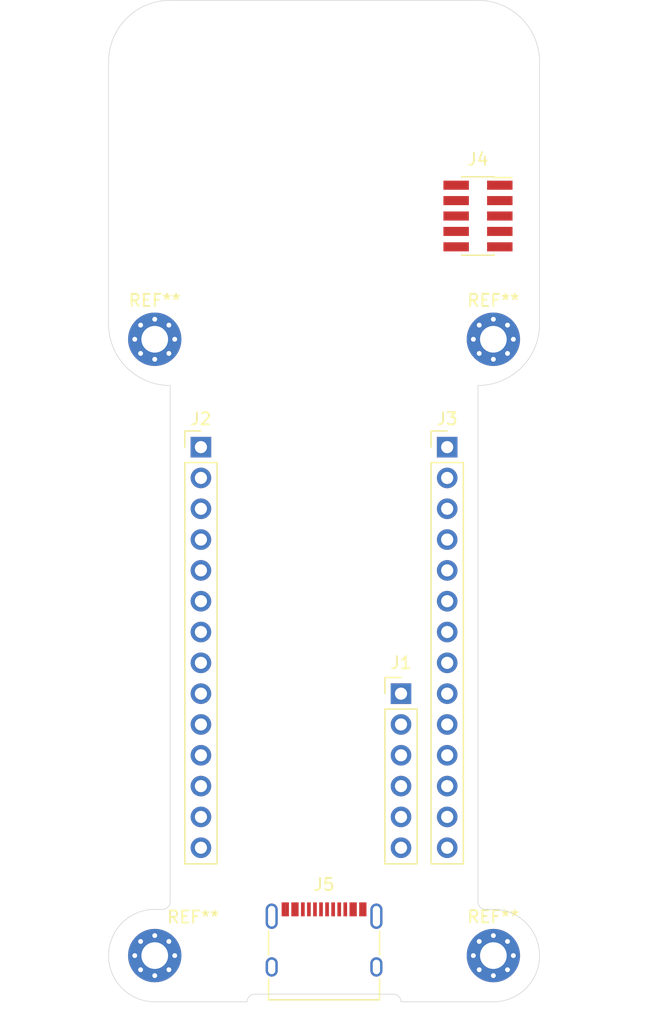
<source format=kicad_pcb>
(kicad_pcb (version 20171130) (host pcbnew 5.1.5)

  (general
    (thickness 1.6)
    (drawings 22)
    (tracks 0)
    (zones 0)
    (modules 9)
    (nets 61)
  )

  (page A4)
  (layers
    (0 F.Cu signal)
    (31 B.Cu signal)
    (32 B.Adhes user)
    (33 F.Adhes user)
    (34 B.Paste user)
    (35 F.Paste user)
    (36 B.SilkS user)
    (37 F.SilkS user)
    (38 B.Mask user)
    (39 F.Mask user)
    (40 Dwgs.User user)
    (41 Cmts.User user)
    (42 Eco1.User user)
    (43 Eco2.User user)
    (44 Edge.Cuts user)
    (45 Margin user)
    (46 B.CrtYd user)
    (47 F.CrtYd user)
    (48 B.Fab user)
    (49 F.Fab user)
  )

  (setup
    (last_trace_width 0.25)
    (trace_clearance 0.2)
    (zone_clearance 0.508)
    (zone_45_only no)
    (trace_min 0.2)
    (via_size 0.8)
    (via_drill 0.4)
    (via_min_size 0.4)
    (via_min_drill 0.3)
    (uvia_size 0.3)
    (uvia_drill 0.1)
    (uvias_allowed no)
    (uvia_min_size 0.2)
    (uvia_min_drill 0.1)
    (edge_width 0.05)
    (segment_width 0.2)
    (pcb_text_width 0.3)
    (pcb_text_size 1.5 1.5)
    (mod_edge_width 0.12)
    (mod_text_size 1 1)
    (mod_text_width 0.15)
    (pad_size 2.1 0.75)
    (pad_drill 0)
    (pad_to_mask_clearance 0.051)
    (solder_mask_min_width 0.25)
    (aux_axis_origin 0 0)
    (grid_origin 142.24 129.54)
    (visible_elements FFFFFF7F)
    (pcbplotparams
      (layerselection 0x010fc_ffffffff)
      (usegerberextensions false)
      (usegerberattributes false)
      (usegerberadvancedattributes false)
      (creategerberjobfile false)
      (excludeedgelayer true)
      (linewidth 0.100000)
      (plotframeref false)
      (viasonmask false)
      (mode 1)
      (useauxorigin false)
      (hpglpennumber 1)
      (hpglpenspeed 20)
      (hpglpendiameter 15.000000)
      (psnegative false)
      (psa4output false)
      (plotreference true)
      (plotvalue true)
      (plotinvisibletext false)
      (padsonsilk false)
      (subtractmaskfromsilk false)
      (outputformat 1)
      (mirror false)
      (drillshape 1)
      (scaleselection 1)
      (outputdirectory ""))
  )

  (net 0 "")
  (net 1 "Net-(J1-Pad1)")
  (net 2 "Net-(J1-Pad2)")
  (net 3 "Net-(J1-Pad3)")
  (net 4 "Net-(J1-Pad4)")
  (net 5 "Net-(J1-Pad5)")
  (net 6 "Net-(J1-Pad6)")
  (net 7 "Net-(J2-Pad14)")
  (net 8 "Net-(J2-Pad13)")
  (net 9 "Net-(J2-Pad12)")
  (net 10 "Net-(J2-Pad11)")
  (net 11 "Net-(J2-Pad10)")
  (net 12 "Net-(J2-Pad9)")
  (net 13 "Net-(J2-Pad8)")
  (net 14 "Net-(J2-Pad7)")
  (net 15 "Net-(J2-Pad6)")
  (net 16 "Net-(J2-Pad5)")
  (net 17 "Net-(J2-Pad4)")
  (net 18 "Net-(J2-Pad3)")
  (net 19 "Net-(J2-Pad2)")
  (net 20 "Net-(J2-Pad1)")
  (net 21 "Net-(J3-Pad1)")
  (net 22 "Net-(J3-Pad2)")
  (net 23 "Net-(J3-Pad3)")
  (net 24 "Net-(J3-Pad4)")
  (net 25 "Net-(J3-Pad5)")
  (net 26 "Net-(J3-Pad6)")
  (net 27 "Net-(J3-Pad7)")
  (net 28 "Net-(J3-Pad8)")
  (net 29 "Net-(J3-Pad9)")
  (net 30 "Net-(J3-Pad10)")
  (net 31 "Net-(J3-Pad11)")
  (net 32 "Net-(J3-Pad12)")
  (net 33 "Net-(J3-Pad13)")
  (net 34 "Net-(J3-Pad14)")
  (net 35 "Net-(J4-Pad1)")
  (net 36 "Net-(J4-Pad2)")
  (net 37 "Net-(J4-Pad3)")
  (net 38 "Net-(J4-Pad4)")
  (net 39 "Net-(J4-Pad5)")
  (net 40 "Net-(J4-Pad6)")
  (net 41 "Net-(J4-Pad7)")
  (net 42 "Net-(J4-Pad8)")
  (net 43 "Net-(J4-Pad9)")
  (net 44 "Net-(J4-Pad10)")
  (net 45 "Net-(J5-PadB1)")
  (net 46 "Net-(J5-PadB4)")
  (net 47 "Net-(J5-PadB5)")
  (net 48 "Net-(J5-PadA8)")
  (net 49 "Net-(J5-PadB6)")
  (net 50 "Net-(J5-PadA7)")
  (net 51 "Net-(J5-PadA6)")
  (net 52 "Net-(J5-PadB7)")
  (net 53 "Net-(J5-PadA5)")
  (net 54 "Net-(J5-PadB8)")
  (net 55 "Net-(J5-PadA4)")
  (net 56 "Net-(J5-PadA1)")
  (net 57 "Net-(J5-PadB12)")
  (net 58 "Net-(J5-PadB9)")
  (net 59 "Net-(J5-PadA9)")
  (net 60 "Net-(J5-PadA12)")

  (net_class Default "This is the default net class."
    (clearance 0.2)
    (trace_width 0.25)
    (via_dia 0.8)
    (via_drill 0.4)
    (uvia_dia 0.3)
    (uvia_drill 0.1)
    (add_net "Net-(J1-Pad1)")
    (add_net "Net-(J1-Pad2)")
    (add_net "Net-(J1-Pad3)")
    (add_net "Net-(J1-Pad4)")
    (add_net "Net-(J1-Pad5)")
    (add_net "Net-(J1-Pad6)")
    (add_net "Net-(J2-Pad1)")
    (add_net "Net-(J2-Pad10)")
    (add_net "Net-(J2-Pad11)")
    (add_net "Net-(J2-Pad12)")
    (add_net "Net-(J2-Pad13)")
    (add_net "Net-(J2-Pad14)")
    (add_net "Net-(J2-Pad2)")
    (add_net "Net-(J2-Pad3)")
    (add_net "Net-(J2-Pad4)")
    (add_net "Net-(J2-Pad5)")
    (add_net "Net-(J2-Pad6)")
    (add_net "Net-(J2-Pad7)")
    (add_net "Net-(J2-Pad8)")
    (add_net "Net-(J2-Pad9)")
    (add_net "Net-(J3-Pad1)")
    (add_net "Net-(J3-Pad10)")
    (add_net "Net-(J3-Pad11)")
    (add_net "Net-(J3-Pad12)")
    (add_net "Net-(J3-Pad13)")
    (add_net "Net-(J3-Pad14)")
    (add_net "Net-(J3-Pad2)")
    (add_net "Net-(J3-Pad3)")
    (add_net "Net-(J3-Pad4)")
    (add_net "Net-(J3-Pad5)")
    (add_net "Net-(J3-Pad6)")
    (add_net "Net-(J3-Pad7)")
    (add_net "Net-(J3-Pad8)")
    (add_net "Net-(J3-Pad9)")
    (add_net "Net-(J4-Pad1)")
    (add_net "Net-(J4-Pad10)")
    (add_net "Net-(J4-Pad2)")
    (add_net "Net-(J4-Pad3)")
    (add_net "Net-(J4-Pad4)")
    (add_net "Net-(J4-Pad5)")
    (add_net "Net-(J4-Pad6)")
    (add_net "Net-(J4-Pad7)")
    (add_net "Net-(J4-Pad8)")
    (add_net "Net-(J4-Pad9)")
    (add_net "Net-(J5-PadA1)")
    (add_net "Net-(J5-PadA12)")
    (add_net "Net-(J5-PadA4)")
    (add_net "Net-(J5-PadA5)")
    (add_net "Net-(J5-PadA6)")
    (add_net "Net-(J5-PadA7)")
    (add_net "Net-(J5-PadA8)")
    (add_net "Net-(J5-PadA9)")
    (add_net "Net-(J5-PadB1)")
    (add_net "Net-(J5-PadB12)")
    (add_net "Net-(J5-PadB4)")
    (add_net "Net-(J5-PadB5)")
    (add_net "Net-(J5-PadB6)")
    (add_net "Net-(J5-PadB7)")
    (add_net "Net-(J5-PadB8)")
    (add_net "Net-(J5-PadB9)")
  )

  (module MountingHole:MountingHole_2.2mm_M2_Pad_Via (layer F.Cu) (tedit 56DDB9C7) (tstamp 5E6EE15E)
    (at 173.99 74.93)
    (descr "Mounting Hole 2.2mm, M2")
    (tags "mounting hole 2.2mm m2")
    (attr virtual)
    (fp_text reference REF** (at 0 -3.2) (layer F.SilkS)
      (effects (font (size 1 1) (thickness 0.15)))
    )
    (fp_text value MountingHole_2.2mm_M2_Pad_Via (at 0 3.2) (layer F.Fab)
      (effects (font (size 1 1) (thickness 0.15)))
    )
    (fp_text user %R (at 0.3 0) (layer F.Fab)
      (effects (font (size 1 1) (thickness 0.15)))
    )
    (fp_circle (center 0 0) (end 2.2 0) (layer Cmts.User) (width 0.15))
    (fp_circle (center 0 0) (end 2.45 0) (layer F.CrtYd) (width 0.05))
    (pad 1 thru_hole circle (at 0 0) (size 4.4 4.4) (drill 2.2) (layers *.Cu *.Mask))
    (pad 1 thru_hole circle (at 1.65 0) (size 0.7 0.7) (drill 0.4) (layers *.Cu *.Mask))
    (pad 1 thru_hole circle (at 1.166726 1.166726) (size 0.7 0.7) (drill 0.4) (layers *.Cu *.Mask))
    (pad 1 thru_hole circle (at 0 1.65) (size 0.7 0.7) (drill 0.4) (layers *.Cu *.Mask))
    (pad 1 thru_hole circle (at -1.166726 1.166726) (size 0.7 0.7) (drill 0.4) (layers *.Cu *.Mask))
    (pad 1 thru_hole circle (at -1.65 0) (size 0.7 0.7) (drill 0.4) (layers *.Cu *.Mask))
    (pad 1 thru_hole circle (at -1.166726 -1.166726) (size 0.7 0.7) (drill 0.4) (layers *.Cu *.Mask))
    (pad 1 thru_hole circle (at 0 -1.65) (size 0.7 0.7) (drill 0.4) (layers *.Cu *.Mask))
    (pad 1 thru_hole circle (at 1.166726 -1.166726) (size 0.7 0.7) (drill 0.4) (layers *.Cu *.Mask))
  )

  (module MountingHole:MountingHole_2.2mm_M2_Pad_Via (layer F.Cu) (tedit 56DDB9C7) (tstamp 5E6EE140)
    (at 146.05 74.93)
    (descr "Mounting Hole 2.2mm, M2")
    (tags "mounting hole 2.2mm m2")
    (attr virtual)
    (fp_text reference REF** (at 0 -3.2) (layer F.SilkS)
      (effects (font (size 1 1) (thickness 0.15)))
    )
    (fp_text value MountingHole_2.2mm_M2_Pad_Via (at 0 3.2) (layer F.Fab)
      (effects (font (size 1 1) (thickness 0.15)))
    )
    (fp_circle (center 0 0) (end 2.45 0) (layer F.CrtYd) (width 0.05))
    (fp_circle (center 0 0) (end 2.2 0) (layer Cmts.User) (width 0.15))
    (fp_text user %R (at 0.3 0) (layer F.Fab)
      (effects (font (size 1 1) (thickness 0.15)))
    )
    (pad 1 thru_hole circle (at 1.166726 -1.166726) (size 0.7 0.7) (drill 0.4) (layers *.Cu *.Mask))
    (pad 1 thru_hole circle (at 0 -1.65) (size 0.7 0.7) (drill 0.4) (layers *.Cu *.Mask))
    (pad 1 thru_hole circle (at -1.166726 -1.166726) (size 0.7 0.7) (drill 0.4) (layers *.Cu *.Mask))
    (pad 1 thru_hole circle (at -1.65 0) (size 0.7 0.7) (drill 0.4) (layers *.Cu *.Mask))
    (pad 1 thru_hole circle (at -1.166726 1.166726) (size 0.7 0.7) (drill 0.4) (layers *.Cu *.Mask))
    (pad 1 thru_hole circle (at 0 1.65) (size 0.7 0.7) (drill 0.4) (layers *.Cu *.Mask))
    (pad 1 thru_hole circle (at 1.166726 1.166726) (size 0.7 0.7) (drill 0.4) (layers *.Cu *.Mask))
    (pad 1 thru_hole circle (at 1.65 0) (size 0.7 0.7) (drill 0.4) (layers *.Cu *.Mask))
    (pad 1 thru_hole circle (at 0 0) (size 4.4 4.4) (drill 2.2) (layers *.Cu *.Mask))
  )

  (module MountingHole:MountingHole_2.2mm_M2_Pad_Via (layer F.Cu) (tedit 56DDB9C7) (tstamp 5E6EE122)
    (at 173.99 125.73)
    (descr "Mounting Hole 2.2mm, M2")
    (tags "mounting hole 2.2mm m2")
    (attr virtual)
    (fp_text reference REF** (at 0 -3.2) (layer F.SilkS)
      (effects (font (size 1 1) (thickness 0.15)))
    )
    (fp_text value MountingHole_2.2mm_M2_Pad_Via (at 0 3.2) (layer F.Fab)
      (effects (font (size 1 1) (thickness 0.15)))
    )
    (fp_text user %R (at 0.3 0) (layer F.Fab)
      (effects (font (size 1 1) (thickness 0.15)))
    )
    (fp_circle (center 0 0) (end 2.2 0) (layer Cmts.User) (width 0.15))
    (fp_circle (center 0 0) (end 2.45 0) (layer F.CrtYd) (width 0.05))
    (pad 1 thru_hole circle (at 0 0) (size 4.4 4.4) (drill 2.2) (layers *.Cu *.Mask))
    (pad 1 thru_hole circle (at 1.65 0) (size 0.7 0.7) (drill 0.4) (layers *.Cu *.Mask))
    (pad 1 thru_hole circle (at 1.166726 1.166726) (size 0.7 0.7) (drill 0.4) (layers *.Cu *.Mask))
    (pad 1 thru_hole circle (at 0 1.65) (size 0.7 0.7) (drill 0.4) (layers *.Cu *.Mask))
    (pad 1 thru_hole circle (at -1.166726 1.166726) (size 0.7 0.7) (drill 0.4) (layers *.Cu *.Mask))
    (pad 1 thru_hole circle (at -1.65 0) (size 0.7 0.7) (drill 0.4) (layers *.Cu *.Mask))
    (pad 1 thru_hole circle (at -1.166726 -1.166726) (size 0.7 0.7) (drill 0.4) (layers *.Cu *.Mask))
    (pad 1 thru_hole circle (at 0 -1.65) (size 0.7 0.7) (drill 0.4) (layers *.Cu *.Mask))
    (pad 1 thru_hole circle (at 1.166726 -1.166726) (size 0.7 0.7) (drill 0.4) (layers *.Cu *.Mask))
  )

  (module MountingHole:MountingHole_2.2mm_M2_Pad_Via (layer F.Cu) (tedit 56DDB9C7) (tstamp 5E6EDBEB)
    (at 146.05 125.73)
    (descr "Mounting Hole 2.2mm, M2")
    (tags "mounting hole 2.2mm m2")
    (attr virtual)
    (fp_text reference REF** (at 3.175 -3.175) (layer F.SilkS)
      (effects (font (size 1 1) (thickness 0.15)))
    )
    (fp_text value MountingHole_2.2mm_M2_Pad_Via (at 0 3.2) (layer F.Fab)
      (effects (font (size 1 1) (thickness 0.15)))
    )
    (fp_circle (center 0 0) (end 2.45 0) (layer F.CrtYd) (width 0.05))
    (fp_circle (center 0 0) (end 2.2 0) (layer Cmts.User) (width 0.15))
    (fp_text user %R (at 0.3 0) (layer F.Fab)
      (effects (font (size 1 1) (thickness 0.15)))
    )
    (pad 1 thru_hole circle (at 1.166726 -1.166726) (size 0.7 0.7) (drill 0.4) (layers *.Cu *.Mask))
    (pad 1 thru_hole circle (at 0 -1.65) (size 0.7 0.7) (drill 0.4) (layers *.Cu *.Mask))
    (pad 1 thru_hole circle (at -1.166726 -1.166726) (size 0.7 0.7) (drill 0.4) (layers *.Cu *.Mask))
    (pad 1 thru_hole circle (at -1.65 0) (size 0.7 0.7) (drill 0.4) (layers *.Cu *.Mask))
    (pad 1 thru_hole circle (at -1.166726 1.166726) (size 0.7 0.7) (drill 0.4) (layers *.Cu *.Mask))
    (pad 1 thru_hole circle (at 0 1.65) (size 0.7 0.7) (drill 0.4) (layers *.Cu *.Mask))
    (pad 1 thru_hole circle (at 1.166726 1.166726) (size 0.7 0.7) (drill 0.4) (layers *.Cu *.Mask))
    (pad 1 thru_hole circle (at 1.65 0) (size 0.7 0.7) (drill 0.4) (layers *.Cu *.Mask))
    (pad 1 thru_hole circle (at 0 0) (size 4.4 4.4) (drill 2.2) (layers *.Cu *.Mask))
  )

  (module Connector_PinHeader_2.54mm:PinHeader_1x06_P2.54mm_Vertical (layer F.Cu) (tedit 59FED5CC) (tstamp 5E6EC594)
    (at 166.37 104.14)
    (descr "Through hole straight pin header, 1x06, 2.54mm pitch, single row")
    (tags "Through hole pin header THT 1x06 2.54mm single row")
    (path /5E6F4549)
    (fp_text reference J1 (at 0 -2.54) (layer F.SilkS)
      (effects (font (size 1 1) (thickness 0.15)))
    )
    (fp_text value Conn_01x06_Male (at 0 15.03) (layer F.Fab)
      (effects (font (size 1 1) (thickness 0.15)))
    )
    (fp_line (start -0.635 -1.27) (end 1.27 -1.27) (layer F.Fab) (width 0.1))
    (fp_line (start 1.27 -1.27) (end 1.27 13.97) (layer F.Fab) (width 0.1))
    (fp_line (start 1.27 13.97) (end -1.27 13.97) (layer F.Fab) (width 0.1))
    (fp_line (start -1.27 13.97) (end -1.27 -0.635) (layer F.Fab) (width 0.1))
    (fp_line (start -1.27 -0.635) (end -0.635 -1.27) (layer F.Fab) (width 0.1))
    (fp_line (start -1.33 14.03) (end 1.33 14.03) (layer F.SilkS) (width 0.12))
    (fp_line (start -1.33 1.27) (end -1.33 14.03) (layer F.SilkS) (width 0.12))
    (fp_line (start 1.33 1.27) (end 1.33 14.03) (layer F.SilkS) (width 0.12))
    (fp_line (start -1.33 1.27) (end 1.33 1.27) (layer F.SilkS) (width 0.12))
    (fp_line (start -1.33 0) (end -1.33 -1.33) (layer F.SilkS) (width 0.12))
    (fp_line (start -1.33 -1.33) (end 0 -1.33) (layer F.SilkS) (width 0.12))
    (fp_line (start -1.8 -1.8) (end -1.8 14.5) (layer F.CrtYd) (width 0.05))
    (fp_line (start -1.8 14.5) (end 1.8 14.5) (layer F.CrtYd) (width 0.05))
    (fp_line (start 1.8 14.5) (end 1.8 -1.8) (layer F.CrtYd) (width 0.05))
    (fp_line (start 1.8 -1.8) (end -1.8 -1.8) (layer F.CrtYd) (width 0.05))
    (fp_text user %R (at 0 6.35 90) (layer F.Fab)
      (effects (font (size 1 1) (thickness 0.15)))
    )
    (pad 1 thru_hole rect (at 0 0) (size 1.7 1.7) (drill 1) (layers *.Cu *.Mask)
      (net 1 "Net-(J1-Pad1)"))
    (pad 2 thru_hole oval (at 0 2.54) (size 1.7 1.7) (drill 1) (layers *.Cu *.Mask)
      (net 2 "Net-(J1-Pad2)"))
    (pad 3 thru_hole oval (at 0 5.08) (size 1.7 1.7) (drill 1) (layers *.Cu *.Mask)
      (net 3 "Net-(J1-Pad3)"))
    (pad 4 thru_hole oval (at 0 7.62) (size 1.7 1.7) (drill 1) (layers *.Cu *.Mask)
      (net 4 "Net-(J1-Pad4)"))
    (pad 5 thru_hole oval (at 0 10.16) (size 1.7 1.7) (drill 1) (layers *.Cu *.Mask)
      (net 5 "Net-(J1-Pad5)"))
    (pad 6 thru_hole oval (at 0 12.7) (size 1.7 1.7) (drill 1) (layers *.Cu *.Mask)
      (net 6 "Net-(J1-Pad6)"))
    (model ${KISYS3DMOD}/Connector_PinHeader_2.54mm.3dshapes/PinHeader_1x06_P2.54mm_Vertical.wrl
      (at (xyz 0 0 0))
      (scale (xyz 1 1 1))
      (rotate (xyz 0 0 0))
    )
  )

  (module Connector_PinHeader_2.54mm:PinHeader_1x14_P2.54mm_Vertical (layer F.Cu) (tedit 59FED5CC) (tstamp 5E6EC5B6)
    (at 149.86 83.82)
    (descr "Through hole straight pin header, 1x14, 2.54mm pitch, single row")
    (tags "Through hole pin header THT 1x14 2.54mm single row")
    (path /5E6F2CE4)
    (fp_text reference J2 (at 0 -2.33) (layer F.SilkS)
      (effects (font (size 1 1) (thickness 0.15)))
    )
    (fp_text value Conn_01x14_Male (at 0 35.35) (layer F.Fab)
      (effects (font (size 1 1) (thickness 0.15)))
    )
    (fp_text user %R (at 0 16.51 90) (layer F.Fab)
      (effects (font (size 1 1) (thickness 0.15)))
    )
    (fp_line (start 1.8 -1.8) (end -1.8 -1.8) (layer F.CrtYd) (width 0.05))
    (fp_line (start 1.8 34.8) (end 1.8 -1.8) (layer F.CrtYd) (width 0.05))
    (fp_line (start -1.8 34.8) (end 1.8 34.8) (layer F.CrtYd) (width 0.05))
    (fp_line (start -1.8 -1.8) (end -1.8 34.8) (layer F.CrtYd) (width 0.05))
    (fp_line (start -1.33 -1.33) (end 0 -1.33) (layer F.SilkS) (width 0.12))
    (fp_line (start -1.33 0) (end -1.33 -1.33) (layer F.SilkS) (width 0.12))
    (fp_line (start -1.33 1.27) (end 1.33 1.27) (layer F.SilkS) (width 0.12))
    (fp_line (start 1.33 1.27) (end 1.33 34.35) (layer F.SilkS) (width 0.12))
    (fp_line (start -1.33 1.27) (end -1.33 34.35) (layer F.SilkS) (width 0.12))
    (fp_line (start -1.33 34.35) (end 1.33 34.35) (layer F.SilkS) (width 0.12))
    (fp_line (start -1.27 -0.635) (end -0.635 -1.27) (layer F.Fab) (width 0.1))
    (fp_line (start -1.27 34.29) (end -1.27 -0.635) (layer F.Fab) (width 0.1))
    (fp_line (start 1.27 34.29) (end -1.27 34.29) (layer F.Fab) (width 0.1))
    (fp_line (start 1.27 -1.27) (end 1.27 34.29) (layer F.Fab) (width 0.1))
    (fp_line (start -0.635 -1.27) (end 1.27 -1.27) (layer F.Fab) (width 0.1))
    (pad 14 thru_hole oval (at 0 33.02) (size 1.7 1.7) (drill 1) (layers *.Cu *.Mask)
      (net 7 "Net-(J2-Pad14)"))
    (pad 13 thru_hole oval (at 0 30.48) (size 1.7 1.7) (drill 1) (layers *.Cu *.Mask)
      (net 8 "Net-(J2-Pad13)"))
    (pad 12 thru_hole oval (at 0 27.94) (size 1.7 1.7) (drill 1) (layers *.Cu *.Mask)
      (net 9 "Net-(J2-Pad12)"))
    (pad 11 thru_hole oval (at 0 25.4) (size 1.7 1.7) (drill 1) (layers *.Cu *.Mask)
      (net 10 "Net-(J2-Pad11)"))
    (pad 10 thru_hole oval (at 0 22.86) (size 1.7 1.7) (drill 1) (layers *.Cu *.Mask)
      (net 11 "Net-(J2-Pad10)"))
    (pad 9 thru_hole oval (at 0 20.32) (size 1.7 1.7) (drill 1) (layers *.Cu *.Mask)
      (net 12 "Net-(J2-Pad9)"))
    (pad 8 thru_hole oval (at 0 17.78) (size 1.7 1.7) (drill 1) (layers *.Cu *.Mask)
      (net 13 "Net-(J2-Pad8)"))
    (pad 7 thru_hole oval (at 0 15.24) (size 1.7 1.7) (drill 1) (layers *.Cu *.Mask)
      (net 14 "Net-(J2-Pad7)"))
    (pad 6 thru_hole oval (at 0 12.7) (size 1.7 1.7) (drill 1) (layers *.Cu *.Mask)
      (net 15 "Net-(J2-Pad6)"))
    (pad 5 thru_hole oval (at 0 10.16) (size 1.7 1.7) (drill 1) (layers *.Cu *.Mask)
      (net 16 "Net-(J2-Pad5)"))
    (pad 4 thru_hole oval (at 0 7.62) (size 1.7 1.7) (drill 1) (layers *.Cu *.Mask)
      (net 17 "Net-(J2-Pad4)"))
    (pad 3 thru_hole oval (at 0 5.08) (size 1.7 1.7) (drill 1) (layers *.Cu *.Mask)
      (net 18 "Net-(J2-Pad3)"))
    (pad 2 thru_hole oval (at 0 2.54) (size 1.7 1.7) (drill 1) (layers *.Cu *.Mask)
      (net 19 "Net-(J2-Pad2)"))
    (pad 1 thru_hole rect (at 0 0) (size 1.7 1.7) (drill 1) (layers *.Cu *.Mask)
      (net 20 "Net-(J2-Pad1)"))
    (model ${KISYS3DMOD}/Connector_PinHeader_2.54mm.3dshapes/PinHeader_1x14_P2.54mm_Vertical.wrl
      (at (xyz 0 0 0))
      (scale (xyz 1 1 1))
      (rotate (xyz 0 0 0))
    )
  )

  (module Connector_PinHeader_2.54mm:PinHeader_1x14_P2.54mm_Vertical (layer F.Cu) (tedit 59FED5CC) (tstamp 5E6EC5D8)
    (at 170.18 83.82)
    (descr "Through hole straight pin header, 1x14, 2.54mm pitch, single row")
    (tags "Through hole pin header THT 1x14 2.54mm single row")
    (path /5E6E6EA5)
    (fp_text reference J3 (at 0 -2.33) (layer F.SilkS)
      (effects (font (size 1 1) (thickness 0.15)))
    )
    (fp_text value Conn_01x14_Male (at 0 35.35) (layer F.Fab)
      (effects (font (size 1 1) (thickness 0.15)))
    )
    (fp_line (start -0.635 -1.27) (end 1.27 -1.27) (layer F.Fab) (width 0.1))
    (fp_line (start 1.27 -1.27) (end 1.27 34.29) (layer F.Fab) (width 0.1))
    (fp_line (start 1.27 34.29) (end -1.27 34.29) (layer F.Fab) (width 0.1))
    (fp_line (start -1.27 34.29) (end -1.27 -0.635) (layer F.Fab) (width 0.1))
    (fp_line (start -1.27 -0.635) (end -0.635 -1.27) (layer F.Fab) (width 0.1))
    (fp_line (start -1.33 34.35) (end 1.33 34.35) (layer F.SilkS) (width 0.12))
    (fp_line (start -1.33 1.27) (end -1.33 34.35) (layer F.SilkS) (width 0.12))
    (fp_line (start 1.33 1.27) (end 1.33 34.35) (layer F.SilkS) (width 0.12))
    (fp_line (start -1.33 1.27) (end 1.33 1.27) (layer F.SilkS) (width 0.12))
    (fp_line (start -1.33 0) (end -1.33 -1.33) (layer F.SilkS) (width 0.12))
    (fp_line (start -1.33 -1.33) (end 0 -1.33) (layer F.SilkS) (width 0.12))
    (fp_line (start -1.8 -1.8) (end -1.8 34.8) (layer F.CrtYd) (width 0.05))
    (fp_line (start -1.8 34.8) (end 1.8 34.8) (layer F.CrtYd) (width 0.05))
    (fp_line (start 1.8 34.8) (end 1.8 -1.8) (layer F.CrtYd) (width 0.05))
    (fp_line (start 1.8 -1.8) (end -1.8 -1.8) (layer F.CrtYd) (width 0.05))
    (fp_text user %R (at 0 16.51 90) (layer F.Fab)
      (effects (font (size 1 1) (thickness 0.15)))
    )
    (pad 1 thru_hole rect (at 0 0) (size 1.7 1.7) (drill 1) (layers *.Cu *.Mask)
      (net 21 "Net-(J3-Pad1)"))
    (pad 2 thru_hole oval (at 0 2.54) (size 1.7 1.7) (drill 1) (layers *.Cu *.Mask)
      (net 22 "Net-(J3-Pad2)"))
    (pad 3 thru_hole oval (at 0 5.08) (size 1.7 1.7) (drill 1) (layers *.Cu *.Mask)
      (net 23 "Net-(J3-Pad3)"))
    (pad 4 thru_hole oval (at 0 7.62) (size 1.7 1.7) (drill 1) (layers *.Cu *.Mask)
      (net 24 "Net-(J3-Pad4)"))
    (pad 5 thru_hole oval (at 0 10.16) (size 1.7 1.7) (drill 1) (layers *.Cu *.Mask)
      (net 25 "Net-(J3-Pad5)"))
    (pad 6 thru_hole oval (at 0 12.7) (size 1.7 1.7) (drill 1) (layers *.Cu *.Mask)
      (net 26 "Net-(J3-Pad6)"))
    (pad 7 thru_hole oval (at 0 15.24) (size 1.7 1.7) (drill 1) (layers *.Cu *.Mask)
      (net 27 "Net-(J3-Pad7)"))
    (pad 8 thru_hole oval (at 0 17.78) (size 1.7 1.7) (drill 1) (layers *.Cu *.Mask)
      (net 28 "Net-(J3-Pad8)"))
    (pad 9 thru_hole oval (at 0 20.32) (size 1.7 1.7) (drill 1) (layers *.Cu *.Mask)
      (net 29 "Net-(J3-Pad9)"))
    (pad 10 thru_hole oval (at 0 22.86) (size 1.7 1.7) (drill 1) (layers *.Cu *.Mask)
      (net 30 "Net-(J3-Pad10)"))
    (pad 11 thru_hole oval (at 0 25.4) (size 1.7 1.7) (drill 1) (layers *.Cu *.Mask)
      (net 31 "Net-(J3-Pad11)"))
    (pad 12 thru_hole oval (at 0 27.94) (size 1.7 1.7) (drill 1) (layers *.Cu *.Mask)
      (net 32 "Net-(J3-Pad12)"))
    (pad 13 thru_hole oval (at 0 30.48) (size 1.7 1.7) (drill 1) (layers *.Cu *.Mask)
      (net 33 "Net-(J3-Pad13)"))
    (pad 14 thru_hole oval (at 0 33.02) (size 1.7 1.7) (drill 1) (layers *.Cu *.Mask)
      (net 34 "Net-(J3-Pad14)"))
    (model ${KISYS3DMOD}/Connector_PinHeader_2.54mm.3dshapes/PinHeader_1x14_P2.54mm_Vertical.wrl
      (at (xyz 0 0 0))
      (scale (xyz 1 1 1))
      (rotate (xyz 0 0 0))
    )
  )

  (module Connector_PinSocket_1.27mm:PinSocket_2x05_P1.27mm_Vertical_SMD (layer F.Cu) (tedit 5A19A429) (tstamp 5E6ECB19)
    (at 172.72 64.77)
    (descr "surface-mounted straight socket strip, 2x05, 1.27mm pitch, double cols (from Kicad 4.0.7!), script generated")
    (tags "Surface mounted socket strip SMD 2x05 1.27mm double row")
    (path /5E70B67E)
    (attr smd)
    (fp_text reference J4 (at 0 -4.675) (layer F.SilkS)
      (effects (font (size 1 1) (thickness 0.15)))
    )
    (fp_text value Conn_02x05_Odd_Even (at 0 4.675) (layer F.Fab)
      (effects (font (size 1 1) (thickness 0.15)))
    )
    (fp_line (start -1.33 -3.235) (end 1.33 -3.235) (layer F.SilkS) (width 0.12))
    (fp_line (start 1.33 -3.235) (end 1.33 -3.175) (layer F.SilkS) (width 0.12))
    (fp_line (start 1.33 3.175) (end 1.33 3.235) (layer F.SilkS) (width 0.12))
    (fp_line (start -1.33 3.235) (end 1.33 3.235) (layer F.SilkS) (width 0.12))
    (fp_line (start -1.33 -3.235) (end -1.33 -3.175) (layer F.SilkS) (width 0.12))
    (fp_line (start -1.33 3.175) (end -1.33 3.235) (layer F.SilkS) (width 0.12))
    (fp_line (start 1.33 -3.175) (end 2.79 -3.175) (layer F.SilkS) (width 0.12))
    (fp_line (start -1.27 -3.175) (end 0.635 -3.175) (layer F.Fab) (width 0.1))
    (fp_line (start 0.635 -3.175) (end 1.27 -2.54) (layer F.Fab) (width 0.1))
    (fp_line (start 1.27 -2.54) (end 1.27 3.175) (layer F.Fab) (width 0.1))
    (fp_line (start 1.27 3.175) (end -1.27 3.175) (layer F.Fab) (width 0.1))
    (fp_line (start -1.27 3.175) (end -1.27 -3.175) (layer F.Fab) (width 0.1))
    (fp_line (start -2.555 -2.74) (end -1.27 -2.74) (layer F.Fab) (width 0.1))
    (fp_line (start -1.27 -2.34) (end -2.555 -2.34) (layer F.Fab) (width 0.1))
    (fp_line (start -2.555 -2.34) (end -2.555 -2.74) (layer F.Fab) (width 0.1))
    (fp_line (start 1.27 -2.74) (end 2.555 -2.74) (layer F.Fab) (width 0.1))
    (fp_line (start 2.555 -2.74) (end 2.555 -2.34) (layer F.Fab) (width 0.1))
    (fp_line (start 2.555 -2.34) (end 1.27 -2.34) (layer F.Fab) (width 0.1))
    (fp_line (start -2.555 -1.47) (end -1.27 -1.47) (layer F.Fab) (width 0.1))
    (fp_line (start -1.27 -1.07) (end -2.555 -1.07) (layer F.Fab) (width 0.1))
    (fp_line (start -2.555 -1.07) (end -2.555 -1.47) (layer F.Fab) (width 0.1))
    (fp_line (start 1.27 -1.47) (end 2.555 -1.47) (layer F.Fab) (width 0.1))
    (fp_line (start 2.555 -1.47) (end 2.555 -1.07) (layer F.Fab) (width 0.1))
    (fp_line (start 2.555 -1.07) (end 1.27 -1.07) (layer F.Fab) (width 0.1))
    (fp_line (start -2.555 -0.2) (end -1.27 -0.2) (layer F.Fab) (width 0.1))
    (fp_line (start -1.27 0.2) (end -2.555 0.2) (layer F.Fab) (width 0.1))
    (fp_line (start -2.555 0.2) (end -2.555 -0.2) (layer F.Fab) (width 0.1))
    (fp_line (start 1.27 -0.2) (end 2.555 -0.2) (layer F.Fab) (width 0.1))
    (fp_line (start 2.555 -0.2) (end 2.555 0.2) (layer F.Fab) (width 0.1))
    (fp_line (start 2.555 0.2) (end 1.27 0.2) (layer F.Fab) (width 0.1))
    (fp_line (start -2.555 1.07) (end -1.27 1.07) (layer F.Fab) (width 0.1))
    (fp_line (start -1.27 1.47) (end -2.555 1.47) (layer F.Fab) (width 0.1))
    (fp_line (start -2.555 1.47) (end -2.555 1.07) (layer F.Fab) (width 0.1))
    (fp_line (start 1.27 1.07) (end 2.555 1.07) (layer F.Fab) (width 0.1))
    (fp_line (start 2.555 1.07) (end 2.555 1.47) (layer F.Fab) (width 0.1))
    (fp_line (start 2.555 1.47) (end 1.27 1.47) (layer F.Fab) (width 0.1))
    (fp_line (start -2.555 2.34) (end -1.27 2.34) (layer F.Fab) (width 0.1))
    (fp_line (start -1.27 2.74) (end -2.555 2.74) (layer F.Fab) (width 0.1))
    (fp_line (start -2.555 2.74) (end -2.555 2.34) (layer F.Fab) (width 0.1))
    (fp_line (start 1.27 2.34) (end 2.555 2.34) (layer F.Fab) (width 0.1))
    (fp_line (start 2.555 2.34) (end 2.555 2.74) (layer F.Fab) (width 0.1))
    (fp_line (start 2.555 2.74) (end 1.27 2.74) (layer F.Fab) (width 0.1))
    (fp_line (start -3.35 -3.7) (end 3.35 -3.7) (layer F.CrtYd) (width 0.05))
    (fp_line (start 3.35 -3.7) (end 3.35 3.65) (layer F.CrtYd) (width 0.05))
    (fp_line (start 3.35 3.65) (end -3.35 3.65) (layer F.CrtYd) (width 0.05))
    (fp_line (start -3.35 3.65) (end -3.35 -3.7) (layer F.CrtYd) (width 0.05))
    (fp_text user %R (at 0 0 90) (layer F.Fab)
      (effects (font (size 1 1) (thickness 0.15)))
    )
    (pad 1 smd rect (at 1.8 -2.54) (size 2.1 0.75) (layers F.Cu F.Paste F.Mask)
      (net 35 "Net-(J4-Pad1)"))
    (pad 2 smd rect (at -1.8 -2.54) (size 2.1 0.75) (layers F.Cu F.Paste F.Mask)
      (net 36 "Net-(J4-Pad2)"))
    (pad 3 smd rect (at 1.8 -1.27) (size 2.1 0.75) (layers F.Cu F.Paste F.Mask)
      (net 37 "Net-(J4-Pad3)"))
    (pad 4 smd rect (at -1.8 -1.27) (size 2.1 0.75) (layers F.Cu F.Paste F.Mask)
      (net 38 "Net-(J4-Pad4)"))
    (pad 5 smd rect (at 1.8 0) (size 2.1 0.75) (layers F.Cu F.Paste F.Mask)
      (net 39 "Net-(J4-Pad5)"))
    (pad 6 smd rect (at -1.8 0) (size 2.1 0.75) (layers F.Cu F.Paste F.Mask)
      (net 40 "Net-(J4-Pad6)"))
    (pad 7 smd rect (at 1.8 1.27) (size 2.1 0.75) (layers F.Cu F.Paste F.Mask)
      (net 41 "Net-(J4-Pad7)"))
    (pad 8 smd rect (at -1.8 1.27) (size 2.1 0.75) (layers F.Cu F.Paste F.Mask)
      (net 42 "Net-(J4-Pad8)"))
    (pad 9 smd rect (at 1.8 2.54) (size 2.1 0.75) (layers F.Cu F.Paste F.Mask)
      (net 43 "Net-(J4-Pad9)"))
    (pad 10 smd rect (at -1.8 2.54) (size 2.1 0.75) (layers F.Cu F.Paste F.Mask)
      (net 44 "Net-(J4-Pad10)"))
    (model ${KISYS3DMOD}/Connector_PinSocket_1.27mm.3dshapes/PinSocket_2x05_P1.27mm_Vertical_SMD.wrl
      (at (xyz 0 0 0))
      (scale (xyz 1 1 1))
      (rotate (xyz 0 0 0))
    )
  )

  (module Connector_USB:USB_C_Receptacle_XKB_U262-16XN-4BVC11 (layer F.Cu) (tedit 5E1305FC) (tstamp 5E6ED356)
    (at 160.02 125.59)
    (descr "USB Type C, right-angle, SMT, https://datasheet.lcsc.com/szlcsc/1811141824_XKB-Enterprise-U262-161N-4BVC11_C319148.pdf")
    (tags "USB C Type-C Receptacle SMD")
    (path /5E72C022)
    (attr smd)
    (fp_text reference J5 (at 0 -5.715) (layer F.SilkS)
      (effects (font (size 1 1) (thickness 0.15)))
    )
    (fp_text value CX70M-24P1 (at 0 4.935) (layer F.Fab)
      (effects (font (size 1 1) (thickness 0.15)))
    )
    (fp_line (start -4.58 -1.85) (end -4.58 0.07) (layer F.SilkS) (width 0.12))
    (fp_line (start 4.58 0.07) (end 4.58 -1.85) (layer F.SilkS) (width 0.12))
    (fp_line (start 4.58 2.08) (end 4.58 3.785) (layer F.SilkS) (width 0.12))
    (fp_line (start -4.58 3.785) (end -4.58 2.08) (layer F.SilkS) (width 0.12))
    (fp_line (start 4.58 3.785) (end -4.58 3.785) (layer F.SilkS) (width 0.12))
    (fp_line (start -5.32 -4.75) (end 5.32 -4.75) (layer F.CrtYd) (width 0.05))
    (fp_line (start 5.32 -4.75) (end 5.32 4.18) (layer F.CrtYd) (width 0.05))
    (fp_line (start 5.32 4.18) (end -5.32 4.18) (layer F.CrtYd) (width 0.05))
    (fp_line (start -5.32 4.18) (end -5.32 -4.75) (layer F.CrtYd) (width 0.05))
    (fp_line (start -4.47 -3.675) (end -4.47 3.675) (layer F.Fab) (width 0.1))
    (fp_line (start -4.47 3.675) (end 4.47 3.675) (layer F.Fab) (width 0.1))
    (fp_line (start 4.47 3.675) (end 4.47 -3.675) (layer F.Fab) (width 0.1))
    (fp_line (start -4.47 -3.675) (end 4.47 -3.675) (layer F.Fab) (width 0.1))
    (fp_text user %R (at 0 0) (layer F.Fab)
      (effects (font (size 1 1) (thickness 0.15)))
    )
    (pad S1 thru_hole oval (at -4.32 -3.105) (size 1 2.1) (drill oval 0.6 1.7) (layers *.Cu *.Mask))
    (pad S1 thru_hole oval (at 4.32 -3.105) (size 1 2.1) (drill oval 0.6 1.7) (layers *.Cu *.Mask))
    (pad S1 thru_hole oval (at -4.32 1.075) (size 1 1.6) (drill oval 0.6 1.2) (layers *.Cu *.Mask))
    (pad S1 thru_hole oval (at 4.32 1.075) (size 1 1.6) (drill oval 0.6 1.2) (layers *.Cu *.Mask))
    (pad "" np_thru_hole circle (at 2.89 -2.605) (size 0.65 0.65) (drill 0.65) (layers *.Cu *.Mask))
    (pad "" np_thru_hole circle (at -2.89 -2.605) (size 0.65 0.65) (drill 0.65) (layers *.Cu *.Mask))
    (pad B1 smd rect (at 3.05 -3.67) (size 0.3 1.15) (layers F.Cu F.Paste F.Mask)
      (net 45 "Net-(J5-PadB1)"))
    (pad B4 smd rect (at 2.25 -3.67) (size 0.3 1.15) (layers F.Cu F.Paste F.Mask)
      (net 46 "Net-(J5-PadB4)"))
    (pad B5 smd rect (at 1.75 -3.67) (size 0.3 1.15) (layers F.Cu F.Paste F.Mask)
      (net 47 "Net-(J5-PadB5)"))
    (pad A8 smd rect (at 1.25 -3.67) (size 0.3 1.15) (layers F.Cu F.Paste F.Mask)
      (net 48 "Net-(J5-PadA8)"))
    (pad B6 smd rect (at 0.75 -3.67) (size 0.3 1.15) (layers F.Cu F.Paste F.Mask)
      (net 49 "Net-(J5-PadB6)"))
    (pad A7 smd rect (at 0.25 -3.67) (size 0.3 1.15) (layers F.Cu F.Paste F.Mask)
      (net 50 "Net-(J5-PadA7)"))
    (pad A6 smd rect (at -0.25 -3.67) (size 0.3 1.15) (layers F.Cu F.Paste F.Mask)
      (net 51 "Net-(J5-PadA6)"))
    (pad B7 smd rect (at -0.75 -3.67) (size 0.3 1.15) (layers F.Cu F.Paste F.Mask)
      (net 52 "Net-(J5-PadB7)"))
    (pad A5 smd rect (at -1.25 -3.67) (size 0.3 1.15) (layers F.Cu F.Paste F.Mask)
      (net 53 "Net-(J5-PadA5)"))
    (pad B8 smd rect (at -1.75 -3.67) (size 0.3 1.15) (layers F.Cu F.Paste F.Mask)
      (net 54 "Net-(J5-PadB8)"))
    (pad A4 smd rect (at -2.55 -3.67) (size 0.3 1.15) (layers F.Cu F.Paste F.Mask)
      (net 55 "Net-(J5-PadA4)"))
    (pad A1 smd rect (at -3.35 -3.67) (size 0.3 1.15) (layers F.Cu F.Paste F.Mask)
      (net 56 "Net-(J5-PadA1)"))
    (pad B12 smd rect (at -3.05 -3.67) (size 0.3 1.15) (layers F.Cu F.Paste F.Mask)
      (net 57 "Net-(J5-PadB12)"))
    (pad B9 smd rect (at -2.25 -3.67) (size 0.3 1.15) (layers F.Cu F.Paste F.Mask)
      (net 58 "Net-(J5-PadB9)"))
    (pad A9 smd rect (at 2.55 -3.67) (size 0.3 1.15) (layers F.Cu F.Paste F.Mask)
      (net 59 "Net-(J5-PadA9)"))
    (pad A12 smd rect (at 3.35 -3.67) (size 0.3 1.15) (layers F.Cu F.Paste F.Mask)
      (net 60 "Net-(J5-PadA12)"))
    (model ${KISYS3DMOD}/Connector_USB.3dshapes/USB_C_Receptacle_XKB_U262-16XN-4BVC11.wrl
      (at (xyz 0 0 0))
      (scale (xyz 1 1 1))
      (rotate (xyz 0 0 0))
    )
  )

  (gr_arc (start 146.685 121.285) (end 146.685 121.92) (angle -90) (layer Edge.Cuts) (width 0.05))
  (gr_arc (start 173.355 121.285) (end 172.72 121.285) (angle -90) (layer Edge.Cuts) (width 0.05))
  (gr_line (start 153.67 129.54) (end 146.05 129.54) (layer Edge.Cuts) (width 0.05) (tstamp 5E6EEE76))
  (gr_line (start 166.37 129.54) (end 173.99 129.54) (layer Edge.Cuts) (width 0.05) (tstamp 5E6EEE75))
  (gr_arc (start 154.305 129.54) (end 154.305 128.905) (angle -90) (layer Edge.Cuts) (width 0.05))
  (gr_arc (start 165.735 129.54) (end 166.37 129.54) (angle -90) (layer Edge.Cuts) (width 0.05))
  (gr_line (start 154.305 128.905) (end 165.735 128.905) (layer Edge.Cuts) (width 0.05))
  (gr_line (start 142.24 52.07) (end 142.24 62.23) (layer Edge.Cuts) (width 0.05) (tstamp 5E6EE910))
  (gr_line (start 177.8 52.07) (end 177.8 62.23) (layer Edge.Cuts) (width 0.05) (tstamp 5E6EE90F))
  (gr_line (start 146.685 121.92) (end 146.05 121.92) (layer Edge.Cuts) (width 0.05))
  (gr_arc (start 173.99 125.73) (end 173.99 129.54) (angle -180) (layer Edge.Cuts) (width 0.05))
  (gr_arc (start 146.05 125.73) (end 146.05 121.92) (angle -180) (layer Edge.Cuts) (width 0.05))
  (gr_arc (start 147.32 73.66) (end 142.24 73.66) (angle -90) (layer Edge.Cuts) (width 0.05))
  (gr_arc (start 147.32 52.07) (end 147.32 46.99) (angle -90) (layer Edge.Cuts) (width 0.05))
  (gr_arc (start 172.72 73.66) (end 172.72 78.74) (angle -90) (layer Edge.Cuts) (width 0.05))
  (gr_arc (start 172.72 52.07) (end 177.8 52.07) (angle -90) (layer Edge.Cuts) (width 0.05))
  (gr_line (start 147.32 46.99) (end 172.72 46.99) (layer Edge.Cuts) (width 0.05))
  (gr_line (start 142.24 62.23) (end 142.24 73.66) (layer Edge.Cuts) (width 0.05))
  (gr_line (start 177.8 73.66) (end 177.8 62.23) (layer Edge.Cuts) (width 0.05))
  (gr_line (start 172.72 121.285) (end 172.72 78.74) (layer Edge.Cuts) (width 0.05))
  (gr_line (start 173.99 121.92) (end 173.355 121.92) (layer Edge.Cuts) (width 0.05))
  (gr_line (start 147.32 78.74) (end 147.32 121.285) (layer Edge.Cuts) (width 0.05))

)

</source>
